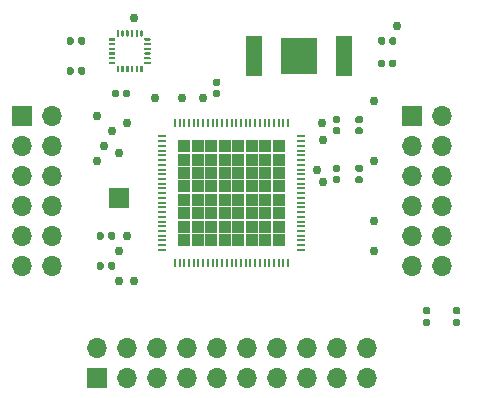
<source format=gts>
G04 #@! TF.GenerationSoftware,KiCad,Pcbnew,(5.1.6)-1*
G04 #@! TF.CreationDate,2021-04-28T17:15:56-07:00*
G04 #@! TF.ProjectId,scum3c-devboard,7363756d-3363-42d6-9465-76626f617264,rev?*
G04 #@! TF.SameCoordinates,Original*
G04 #@! TF.FileFunction,Soldermask,Top*
G04 #@! TF.FilePolarity,Negative*
%FSLAX46Y46*%
G04 Gerber Fmt 4.6, Leading zero omitted, Abs format (unit mm)*
G04 Created by KiCad (PCBNEW (5.1.6)-1) date 2021-04-28 17:15:56*
%MOMM*%
%LPD*%
G01*
G04 APERTURE LIST*
%ADD10C,0.762000*%
%ADD11R,1.700000X1.700000*%
%ADD12O,1.700000X1.700000*%
%ADD13O,0.800000X0.200000*%
%ADD14O,0.200000X0.800000*%
%ADD15R,1.137500X1.137500*%
%ADD16C,0.568750*%
%ADD17R,1.350000X3.500000*%
%ADD18R,3.170000X3.170000*%
G04 APERTURE END LIST*
D10*
G04 #@! TO.C,J21*
X138430000Y-92710000D03*
G04 #@! TD*
G04 #@! TO.C,J20*
X133985000Y-84455000D03*
G04 #@! TD*
G04 #@! TO.C,J19*
X123916000Y-82296000D03*
G04 #@! TD*
G04 #@! TO.C,J18*
X122156000Y-82296000D03*
G04 #@! TD*
G04 #@! TO.C,J14*
X119888000Y-82296000D03*
G04 #@! TD*
G04 #@! TO.C,J12*
X116840000Y-95250000D03*
G04 #@! TD*
G04 #@! TO.C,J17*
X138430000Y-95250000D03*
G04 #@! TD*
G04 #@! TO.C,J16*
X134112000Y-89408000D03*
G04 #@! TD*
G04 #@! TO.C,J15*
X133604000Y-88392000D03*
G04 #@! TD*
G04 #@! TO.C,J13*
X118110000Y-97790000D03*
G04 #@! TD*
G04 #@! TO.C,J11*
X117475000Y-93980000D03*
G04 #@! TD*
G04 #@! TO.C,J10*
X114935000Y-87630000D03*
G04 #@! TD*
G04 #@! TO.C,J9*
X116840000Y-86995000D03*
G04 #@! TD*
G04 #@! TO.C,J8*
X115570000Y-86360000D03*
G04 #@! TD*
G04 #@! TO.C,J7*
X116205000Y-85090000D03*
G04 #@! TD*
G04 #@! TO.C,J6*
X117475000Y-84455000D03*
G04 #@! TD*
G04 #@! TO.C,J5*
X134112000Y-85852000D03*
G04 #@! TD*
G04 #@! TO.C,GND6*
X114935000Y-83820000D03*
G04 #@! TD*
G04 #@! TO.C,GND5*
X140335000Y-76200000D03*
G04 #@! TD*
G04 #@! TO.C,GND4*
X138430000Y-82550000D03*
G04 #@! TD*
G04 #@! TO.C,GND3*
X116840000Y-97790000D03*
G04 #@! TD*
G04 #@! TO.C,GND2*
X138430000Y-87630000D03*
G04 #@! TD*
G04 #@! TO.C,GND1*
X118110000Y-75565000D03*
G04 #@! TD*
D11*
G04 #@! TO.C,J4*
X116840000Y-90805000D03*
G04 #@! TD*
G04 #@! TO.C,R1*
G36*
G01*
X136987500Y-88940000D02*
X137332500Y-88940000D01*
G75*
G02*
X137480000Y-89087500I0J-147500D01*
G01*
X137480000Y-89382500D01*
G75*
G02*
X137332500Y-89530000I-147500J0D01*
G01*
X136987500Y-89530000D01*
G75*
G02*
X136840000Y-89382500I0J147500D01*
G01*
X136840000Y-89087500D01*
G75*
G02*
X136987500Y-88940000I147500J0D01*
G01*
G37*
G36*
G01*
X136987500Y-87970000D02*
X137332500Y-87970000D01*
G75*
G02*
X137480000Y-88117500I0J-147500D01*
G01*
X137480000Y-88412500D01*
G75*
G02*
X137332500Y-88560000I-147500J0D01*
G01*
X136987500Y-88560000D01*
G75*
G02*
X136840000Y-88412500I0J147500D01*
G01*
X136840000Y-88117500D01*
G75*
G02*
X136987500Y-87970000I147500J0D01*
G01*
G37*
G04 #@! TD*
G04 #@! TO.C,C13*
G36*
G01*
X137332500Y-84415000D02*
X136987500Y-84415000D01*
G75*
G02*
X136840000Y-84267500I0J147500D01*
G01*
X136840000Y-83972500D01*
G75*
G02*
X136987500Y-83825000I147500J0D01*
G01*
X137332500Y-83825000D01*
G75*
G02*
X137480000Y-83972500I0J-147500D01*
G01*
X137480000Y-84267500D01*
G75*
G02*
X137332500Y-84415000I-147500J0D01*
G01*
G37*
G36*
G01*
X137332500Y-85385000D02*
X136987500Y-85385000D01*
G75*
G02*
X136840000Y-85237500I0J147500D01*
G01*
X136840000Y-84942500D01*
G75*
G02*
X136987500Y-84795000I147500J0D01*
G01*
X137332500Y-84795000D01*
G75*
G02*
X137480000Y-84942500I0J-147500D01*
G01*
X137480000Y-85237500D01*
G75*
G02*
X137332500Y-85385000I-147500J0D01*
G01*
G37*
G04 #@! TD*
G04 #@! TO.C,C12*
G36*
G01*
X135427500Y-84415000D02*
X135082500Y-84415000D01*
G75*
G02*
X134935000Y-84267500I0J147500D01*
G01*
X134935000Y-83972500D01*
G75*
G02*
X135082500Y-83825000I147500J0D01*
G01*
X135427500Y-83825000D01*
G75*
G02*
X135575000Y-83972500I0J-147500D01*
G01*
X135575000Y-84267500D01*
G75*
G02*
X135427500Y-84415000I-147500J0D01*
G01*
G37*
G36*
G01*
X135427500Y-85385000D02*
X135082500Y-85385000D01*
G75*
G02*
X134935000Y-85237500I0J147500D01*
G01*
X134935000Y-84942500D01*
G75*
G02*
X135082500Y-84795000I147500J0D01*
G01*
X135427500Y-84795000D01*
G75*
G02*
X135575000Y-84942500I0J-147500D01*
G01*
X135575000Y-85237500D01*
G75*
G02*
X135427500Y-85385000I-147500J0D01*
G01*
G37*
G04 #@! TD*
G04 #@! TO.C,C11*
G36*
G01*
X135427500Y-88560000D02*
X135082500Y-88560000D01*
G75*
G02*
X134935000Y-88412500I0J147500D01*
G01*
X134935000Y-88117500D01*
G75*
G02*
X135082500Y-87970000I147500J0D01*
G01*
X135427500Y-87970000D01*
G75*
G02*
X135575000Y-88117500I0J-147500D01*
G01*
X135575000Y-88412500D01*
G75*
G02*
X135427500Y-88560000I-147500J0D01*
G01*
G37*
G36*
G01*
X135427500Y-89530000D02*
X135082500Y-89530000D01*
G75*
G02*
X134935000Y-89382500I0J147500D01*
G01*
X134935000Y-89087500D01*
G75*
G02*
X135082500Y-88940000I147500J0D01*
G01*
X135427500Y-88940000D01*
G75*
G02*
X135575000Y-89087500I0J-147500D01*
G01*
X135575000Y-89382500D01*
G75*
G02*
X135427500Y-89530000I-147500J0D01*
G01*
G37*
G04 #@! TD*
G04 #@! TO.C,C10*
G36*
G01*
X125267500Y-81240000D02*
X124922500Y-81240000D01*
G75*
G02*
X124775000Y-81092500I0J147500D01*
G01*
X124775000Y-80797500D01*
G75*
G02*
X124922500Y-80650000I147500J0D01*
G01*
X125267500Y-80650000D01*
G75*
G02*
X125415000Y-80797500I0J-147500D01*
G01*
X125415000Y-81092500D01*
G75*
G02*
X125267500Y-81240000I-147500J0D01*
G01*
G37*
G36*
G01*
X125267500Y-82210000D02*
X124922500Y-82210000D01*
G75*
G02*
X124775000Y-82062500I0J147500D01*
G01*
X124775000Y-81767500D01*
G75*
G02*
X124922500Y-81620000I147500J0D01*
G01*
X125267500Y-81620000D01*
G75*
G02*
X125415000Y-81767500I0J-147500D01*
G01*
X125415000Y-82062500D01*
G75*
G02*
X125267500Y-82210000I-147500J0D01*
G01*
G37*
G04 #@! TD*
G04 #@! TO.C,C9*
G36*
G01*
X145242500Y-101005000D02*
X145587500Y-101005000D01*
G75*
G02*
X145735000Y-101152500I0J-147500D01*
G01*
X145735000Y-101447500D01*
G75*
G02*
X145587500Y-101595000I-147500J0D01*
G01*
X145242500Y-101595000D01*
G75*
G02*
X145095000Y-101447500I0J147500D01*
G01*
X145095000Y-101152500D01*
G75*
G02*
X145242500Y-101005000I147500J0D01*
G01*
G37*
G36*
G01*
X145242500Y-100035000D02*
X145587500Y-100035000D01*
G75*
G02*
X145735000Y-100182500I0J-147500D01*
G01*
X145735000Y-100477500D01*
G75*
G02*
X145587500Y-100625000I-147500J0D01*
G01*
X145242500Y-100625000D01*
G75*
G02*
X145095000Y-100477500I0J147500D01*
G01*
X145095000Y-100182500D01*
G75*
G02*
X145242500Y-100035000I147500J0D01*
G01*
G37*
G04 #@! TD*
G04 #@! TO.C,C8*
G36*
G01*
X142702500Y-101005000D02*
X143047500Y-101005000D01*
G75*
G02*
X143195000Y-101152500I0J-147500D01*
G01*
X143195000Y-101447500D01*
G75*
G02*
X143047500Y-101595000I-147500J0D01*
G01*
X142702500Y-101595000D01*
G75*
G02*
X142555000Y-101447500I0J147500D01*
G01*
X142555000Y-101152500D01*
G75*
G02*
X142702500Y-101005000I147500J0D01*
G01*
G37*
G36*
G01*
X142702500Y-100035000D02*
X143047500Y-100035000D01*
G75*
G02*
X143195000Y-100182500I0J-147500D01*
G01*
X143195000Y-100477500D01*
G75*
G02*
X143047500Y-100625000I-147500J0D01*
G01*
X142702500Y-100625000D01*
G75*
G02*
X142555000Y-100477500I0J147500D01*
G01*
X142555000Y-100182500D01*
G75*
G02*
X142702500Y-100035000I147500J0D01*
G01*
G37*
G04 #@! TD*
G04 #@! TO.C,C7*
G36*
G01*
X139740000Y-77642500D02*
X139740000Y-77297500D01*
G75*
G02*
X139887500Y-77150000I147500J0D01*
G01*
X140182500Y-77150000D01*
G75*
G02*
X140330000Y-77297500I0J-147500D01*
G01*
X140330000Y-77642500D01*
G75*
G02*
X140182500Y-77790000I-147500J0D01*
G01*
X139887500Y-77790000D01*
G75*
G02*
X139740000Y-77642500I0J147500D01*
G01*
G37*
G36*
G01*
X138770000Y-77642500D02*
X138770000Y-77297500D01*
G75*
G02*
X138917500Y-77150000I147500J0D01*
G01*
X139212500Y-77150000D01*
G75*
G02*
X139360000Y-77297500I0J-147500D01*
G01*
X139360000Y-77642500D01*
G75*
G02*
X139212500Y-77790000I-147500J0D01*
G01*
X138917500Y-77790000D01*
G75*
G02*
X138770000Y-77642500I0J147500D01*
G01*
G37*
G04 #@! TD*
G04 #@! TO.C,C6*
G36*
G01*
X139740000Y-79547500D02*
X139740000Y-79202500D01*
G75*
G02*
X139887500Y-79055000I147500J0D01*
G01*
X140182500Y-79055000D01*
G75*
G02*
X140330000Y-79202500I0J-147500D01*
G01*
X140330000Y-79547500D01*
G75*
G02*
X140182500Y-79695000I-147500J0D01*
G01*
X139887500Y-79695000D01*
G75*
G02*
X139740000Y-79547500I0J147500D01*
G01*
G37*
G36*
G01*
X138770000Y-79547500D02*
X138770000Y-79202500D01*
G75*
G02*
X138917500Y-79055000I147500J0D01*
G01*
X139212500Y-79055000D01*
G75*
G02*
X139360000Y-79202500I0J-147500D01*
G01*
X139360000Y-79547500D01*
G75*
G02*
X139212500Y-79695000I-147500J0D01*
G01*
X138917500Y-79695000D01*
G75*
G02*
X138770000Y-79547500I0J147500D01*
G01*
G37*
G04 #@! TD*
G04 #@! TO.C,C5*
G36*
G01*
X115530000Y-93807500D02*
X115530000Y-94152500D01*
G75*
G02*
X115382500Y-94300000I-147500J0D01*
G01*
X115087500Y-94300000D01*
G75*
G02*
X114940000Y-94152500I0J147500D01*
G01*
X114940000Y-93807500D01*
G75*
G02*
X115087500Y-93660000I147500J0D01*
G01*
X115382500Y-93660000D01*
G75*
G02*
X115530000Y-93807500I0J-147500D01*
G01*
G37*
G36*
G01*
X116500000Y-93807500D02*
X116500000Y-94152500D01*
G75*
G02*
X116352500Y-94300000I-147500J0D01*
G01*
X116057500Y-94300000D01*
G75*
G02*
X115910000Y-94152500I0J147500D01*
G01*
X115910000Y-93807500D01*
G75*
G02*
X116057500Y-93660000I147500J0D01*
G01*
X116352500Y-93660000D01*
G75*
G02*
X116500000Y-93807500I0J-147500D01*
G01*
G37*
G04 #@! TD*
G04 #@! TO.C,C4*
G36*
G01*
X115530000Y-96347500D02*
X115530000Y-96692500D01*
G75*
G02*
X115382500Y-96840000I-147500J0D01*
G01*
X115087500Y-96840000D01*
G75*
G02*
X114940000Y-96692500I0J147500D01*
G01*
X114940000Y-96347500D01*
G75*
G02*
X115087500Y-96200000I147500J0D01*
G01*
X115382500Y-96200000D01*
G75*
G02*
X115530000Y-96347500I0J-147500D01*
G01*
G37*
G36*
G01*
X116500000Y-96347500D02*
X116500000Y-96692500D01*
G75*
G02*
X116352500Y-96840000I-147500J0D01*
G01*
X116057500Y-96840000D01*
G75*
G02*
X115910000Y-96692500I0J147500D01*
G01*
X115910000Y-96347500D01*
G75*
G02*
X116057500Y-96200000I147500J0D01*
G01*
X116352500Y-96200000D01*
G75*
G02*
X116500000Y-96347500I0J-147500D01*
G01*
G37*
G04 #@! TD*
D12*
G04 #@! TO.C,J3*
X144145000Y-96520000D03*
X141605000Y-96520000D03*
X144145000Y-93980000D03*
X141605000Y-93980000D03*
X144145000Y-91440000D03*
X141605000Y-91440000D03*
X144145000Y-88900000D03*
X141605000Y-88900000D03*
X144145000Y-86360000D03*
X141605000Y-86360000D03*
X144145000Y-83820000D03*
D11*
X141605000Y-83820000D03*
G04 #@! TD*
D12*
G04 #@! TO.C,J2*
X137795000Y-103505000D03*
X137795000Y-106045000D03*
X135255000Y-103505000D03*
X135255000Y-106045000D03*
X132715000Y-103505000D03*
X132715000Y-106045000D03*
X130175000Y-103505000D03*
X130175000Y-106045000D03*
X127635000Y-103505000D03*
X127635000Y-106045000D03*
X125095000Y-103505000D03*
X125095000Y-106045000D03*
X122555000Y-103505000D03*
X122555000Y-106045000D03*
X120015000Y-103505000D03*
X120015000Y-106045000D03*
X117475000Y-103505000D03*
X117475000Y-106045000D03*
X114935000Y-103505000D03*
D11*
X114935000Y-106045000D03*
G04 #@! TD*
D13*
G04 #@! TO.C,U1*
X120465000Y-85555000D03*
X120465000Y-85955000D03*
X120465000Y-86355000D03*
X120465000Y-86755000D03*
X120465000Y-87155000D03*
X120465000Y-87555000D03*
X120465000Y-87955000D03*
X120465000Y-88355000D03*
X120465000Y-88755000D03*
X120465000Y-89155000D03*
X120465000Y-89555000D03*
X120465000Y-89955000D03*
X120465000Y-90355000D03*
X120465000Y-90755000D03*
X120465000Y-91155000D03*
X120465000Y-91555000D03*
X120465000Y-91955000D03*
X120465000Y-92355000D03*
X120465000Y-92755000D03*
X120465000Y-93155000D03*
X120465000Y-93555000D03*
X120465000Y-93955000D03*
X120465000Y-94355000D03*
X120465000Y-94755000D03*
X120465000Y-95155000D03*
D14*
X121565000Y-96255000D03*
X121965000Y-96255000D03*
X122365000Y-96255000D03*
X122765000Y-96255000D03*
X123165000Y-96255000D03*
X123565000Y-96255000D03*
X123965000Y-96255000D03*
X124365000Y-96255000D03*
X124765000Y-96255000D03*
X125165000Y-96255000D03*
X125565000Y-96255000D03*
X125965000Y-96255000D03*
X126365000Y-96255000D03*
X126765000Y-96255000D03*
X127165000Y-96255000D03*
X127565000Y-96255000D03*
X127965000Y-96255000D03*
X128365000Y-96255000D03*
X128765000Y-96255000D03*
X129165000Y-96255000D03*
X129565000Y-96255000D03*
X129965000Y-96255000D03*
X130365000Y-96255000D03*
X130765000Y-96255000D03*
X131165000Y-96255000D03*
D13*
X132265000Y-95155000D03*
X132265000Y-94755000D03*
X132265000Y-94355000D03*
X132265000Y-93955000D03*
X132265000Y-93555000D03*
X132265000Y-93155000D03*
X132265000Y-92755000D03*
X132265000Y-92355000D03*
X132265000Y-91955000D03*
X132265000Y-91555000D03*
X132265000Y-91155000D03*
X132265000Y-90755000D03*
X132265000Y-90355000D03*
X132265000Y-89955000D03*
X132265000Y-89555000D03*
X132265000Y-89155000D03*
X132265000Y-88755000D03*
X132265000Y-88355000D03*
X132265000Y-87955000D03*
X132265000Y-87555000D03*
X132265000Y-87155000D03*
X132265000Y-86755000D03*
X132265000Y-86355000D03*
X132265000Y-85955000D03*
X132265000Y-85555000D03*
D14*
X131165000Y-84455000D03*
X130765000Y-84455000D03*
X130365000Y-84455000D03*
X129965000Y-84455000D03*
X129565000Y-84455000D03*
X129165000Y-84455000D03*
X128765000Y-84455000D03*
X128365000Y-84455000D03*
X127965000Y-84455000D03*
X127565000Y-84455000D03*
X127165000Y-84455000D03*
X126765000Y-84455000D03*
X126365000Y-84455000D03*
X125965000Y-84455000D03*
X125565000Y-84455000D03*
X125165000Y-84455000D03*
X124765000Y-84455000D03*
X124365000Y-84455000D03*
X123965000Y-84455000D03*
X123565000Y-84455000D03*
X123165000Y-84455000D03*
X122765000Y-84455000D03*
X122365000Y-84455000D03*
X121965000Y-84455000D03*
X121565000Y-84455000D03*
D15*
X122383750Y-86373750D03*
X122383750Y-87511250D03*
X122383750Y-88648750D03*
X122383750Y-89786250D03*
X122383750Y-90923750D03*
X122383750Y-92061250D03*
X122383750Y-93198750D03*
X122383750Y-94336250D03*
X123521250Y-86373750D03*
X123521250Y-87511250D03*
X123521250Y-88648750D03*
X123521250Y-89786250D03*
X123521250Y-90923750D03*
X123521250Y-92061250D03*
X123521250Y-93198750D03*
X123521250Y-94336250D03*
X124658750Y-86373750D03*
X124658750Y-87511250D03*
X124658750Y-88648750D03*
X124658750Y-89786250D03*
X124658750Y-90923750D03*
X124658750Y-92061250D03*
X124658750Y-93198750D03*
X124658750Y-94336250D03*
X125796250Y-86373750D03*
X125796250Y-87511250D03*
X125796250Y-88648750D03*
X125796250Y-89786250D03*
X125796250Y-90923750D03*
X125796250Y-92061250D03*
X125796250Y-93198750D03*
X125796250Y-94336250D03*
X126933750Y-86373750D03*
X126933750Y-87511250D03*
X126933750Y-88648750D03*
X126933750Y-89786250D03*
X126933750Y-90923750D03*
X126933750Y-92061250D03*
X126933750Y-93198750D03*
X126933750Y-94336250D03*
X128071250Y-86373750D03*
X128071250Y-87511250D03*
X128071250Y-88648750D03*
X128071250Y-89786250D03*
X128071250Y-90923750D03*
X128071250Y-92061250D03*
X128071250Y-93198750D03*
X128071250Y-94336250D03*
X129208750Y-86373750D03*
X129208750Y-87511250D03*
X129208750Y-88648750D03*
X129208750Y-89786250D03*
X129208750Y-90923750D03*
X129208750Y-92061250D03*
X129208750Y-93198750D03*
X129208750Y-94336250D03*
X130346250Y-86373750D03*
X130346250Y-87511250D03*
X130346250Y-88648750D03*
X130346250Y-89786250D03*
X130346250Y-90923750D03*
X130346250Y-92061250D03*
X130346250Y-93198750D03*
X130346250Y-94336250D03*
D16*
X122383750Y-86373750D03*
X122383750Y-87511250D03*
X122383750Y-88648750D03*
X122383750Y-89786250D03*
X122383750Y-90923750D03*
X122383750Y-92061250D03*
X122383750Y-93198750D03*
X122383750Y-94336250D03*
X123521250Y-86373750D03*
X123521250Y-87511250D03*
X123521250Y-88648750D03*
X123521250Y-89786250D03*
X123521250Y-90923750D03*
X123521250Y-92061250D03*
X123521250Y-93198750D03*
X123521250Y-94336250D03*
X124658750Y-86373750D03*
X124658750Y-87511250D03*
X124658750Y-88648750D03*
X124658750Y-89786250D03*
X124658750Y-90923750D03*
X124658750Y-92061250D03*
X124658750Y-93198750D03*
X124658750Y-94336250D03*
X125796250Y-86373750D03*
X125796250Y-87511250D03*
X125796250Y-88648750D03*
X125796250Y-89786250D03*
X125796250Y-90923750D03*
X125796250Y-92061250D03*
X125796250Y-93198750D03*
X125796250Y-94336250D03*
X126933750Y-86373750D03*
X126933750Y-87511250D03*
X126933750Y-88648750D03*
X126933750Y-89786250D03*
X126933750Y-90923750D03*
X126933750Y-92061250D03*
X126933750Y-93198750D03*
X126933750Y-94336250D03*
X128071250Y-86373750D03*
X128071250Y-87511250D03*
X128071250Y-88648750D03*
X128071250Y-89786250D03*
X128071250Y-90923750D03*
X128071250Y-92061250D03*
X128071250Y-93198750D03*
X128071250Y-94336250D03*
X129208750Y-86373750D03*
X129208750Y-87511250D03*
X129208750Y-88648750D03*
X129208750Y-89786250D03*
X129208750Y-90923750D03*
X129208750Y-92061250D03*
X129208750Y-93198750D03*
X129208750Y-94336250D03*
X130346250Y-86373750D03*
X130346250Y-87511250D03*
X130346250Y-88648750D03*
X130346250Y-89786250D03*
X130346250Y-90923750D03*
X130346250Y-92061250D03*
X130346250Y-93198750D03*
X130346250Y-94336250D03*
G04 #@! TD*
G04 #@! TO.C,C3*
G36*
G01*
X113960000Y-79837500D02*
X113960000Y-80182500D01*
G75*
G02*
X113812500Y-80330000I-147500J0D01*
G01*
X113517500Y-80330000D01*
G75*
G02*
X113370000Y-80182500I0J147500D01*
G01*
X113370000Y-79837500D01*
G75*
G02*
X113517500Y-79690000I147500J0D01*
G01*
X113812500Y-79690000D01*
G75*
G02*
X113960000Y-79837500I0J-147500D01*
G01*
G37*
G36*
G01*
X112990000Y-79837500D02*
X112990000Y-80182500D01*
G75*
G02*
X112842500Y-80330000I-147500J0D01*
G01*
X112547500Y-80330000D01*
G75*
G02*
X112400000Y-80182500I0J147500D01*
G01*
X112400000Y-79837500D01*
G75*
G02*
X112547500Y-79690000I147500J0D01*
G01*
X112842500Y-79690000D01*
G75*
G02*
X112990000Y-79837500I0J-147500D01*
G01*
G37*
G04 #@! TD*
G04 #@! TO.C,C2*
G36*
G01*
X116210000Y-82087500D02*
X116210000Y-81742500D01*
G75*
G02*
X116357500Y-81595000I147500J0D01*
G01*
X116652500Y-81595000D01*
G75*
G02*
X116800000Y-81742500I0J-147500D01*
G01*
X116800000Y-82087500D01*
G75*
G02*
X116652500Y-82235000I-147500J0D01*
G01*
X116357500Y-82235000D01*
G75*
G02*
X116210000Y-82087500I0J147500D01*
G01*
G37*
G36*
G01*
X117180000Y-82087500D02*
X117180000Y-81742500D01*
G75*
G02*
X117327500Y-81595000I147500J0D01*
G01*
X117622500Y-81595000D01*
G75*
G02*
X117770000Y-81742500I0J-147500D01*
G01*
X117770000Y-82087500D01*
G75*
G02*
X117622500Y-82235000I-147500J0D01*
G01*
X117327500Y-82235000D01*
G75*
G02*
X117180000Y-82087500I0J147500D01*
G01*
G37*
G04 #@! TD*
G04 #@! TO.C,C1*
G36*
G01*
X113960000Y-77297500D02*
X113960000Y-77642500D01*
G75*
G02*
X113812500Y-77790000I-147500J0D01*
G01*
X113517500Y-77790000D01*
G75*
G02*
X113370000Y-77642500I0J147500D01*
G01*
X113370000Y-77297500D01*
G75*
G02*
X113517500Y-77150000I147500J0D01*
G01*
X113812500Y-77150000D01*
G75*
G02*
X113960000Y-77297500I0J-147500D01*
G01*
G37*
G36*
G01*
X112990000Y-77297500D02*
X112990000Y-77642500D01*
G75*
G02*
X112842500Y-77790000I-147500J0D01*
G01*
X112547500Y-77790000D01*
G75*
G02*
X112400000Y-77642500I0J147500D01*
G01*
X112400000Y-77297500D01*
G75*
G02*
X112547500Y-77150000I147500J0D01*
G01*
X112842500Y-77150000D01*
G75*
G02*
X112990000Y-77297500I0J-147500D01*
G01*
G37*
G04 #@! TD*
D12*
G04 #@! TO.C,J1*
X111125000Y-96520000D03*
X108585000Y-96520000D03*
X111125000Y-93980000D03*
X108585000Y-93980000D03*
X111125000Y-91440000D03*
X108585000Y-91440000D03*
X111125000Y-88900000D03*
X108585000Y-88900000D03*
X111125000Y-86360000D03*
X108585000Y-86360000D03*
X111125000Y-83820000D03*
D11*
X108585000Y-83820000D03*
G04 #@! TD*
D17*
G04 #@! TO.C,BT1*
X135930000Y-78740000D03*
D18*
X132080000Y-78740000D03*
D17*
X128230000Y-78740000D03*
G04 #@! TD*
G04 #@! TO.C,U9AB1*
G36*
G01*
X118970000Y-77385000D02*
X118970000Y-77285000D01*
G75*
G02*
X119020000Y-77235000I50000J0D01*
G01*
X119470000Y-77235000D01*
G75*
G02*
X119520000Y-77285000I0J-50000D01*
G01*
X119520000Y-77385000D01*
G75*
G02*
X119470000Y-77435000I-50000J0D01*
G01*
X119020000Y-77435000D01*
G75*
G02*
X118970000Y-77385000I0J50000D01*
G01*
G37*
G36*
G01*
X118970000Y-77785000D02*
X118970000Y-77685000D01*
G75*
G02*
X119020000Y-77635000I50000J0D01*
G01*
X119470000Y-77635000D01*
G75*
G02*
X119520000Y-77685000I0J-50000D01*
G01*
X119520000Y-77785000D01*
G75*
G02*
X119470000Y-77835000I-50000J0D01*
G01*
X119020000Y-77835000D01*
G75*
G02*
X118970000Y-77785000I0J50000D01*
G01*
G37*
G36*
G01*
X118970000Y-78185000D02*
X118970000Y-78085000D01*
G75*
G02*
X119020000Y-78035000I50000J0D01*
G01*
X119470000Y-78035000D01*
G75*
G02*
X119520000Y-78085000I0J-50000D01*
G01*
X119520000Y-78185000D01*
G75*
G02*
X119470000Y-78235000I-50000J0D01*
G01*
X119020000Y-78235000D01*
G75*
G02*
X118970000Y-78185000I0J50000D01*
G01*
G37*
G36*
G01*
X118970000Y-78585000D02*
X118970000Y-78485000D01*
G75*
G02*
X119020000Y-78435000I50000J0D01*
G01*
X119470000Y-78435000D01*
G75*
G02*
X119520000Y-78485000I0J-50000D01*
G01*
X119520000Y-78585000D01*
G75*
G02*
X119470000Y-78635000I-50000J0D01*
G01*
X119020000Y-78635000D01*
G75*
G02*
X118970000Y-78585000I0J50000D01*
G01*
G37*
G36*
G01*
X118970000Y-78985000D02*
X118970000Y-78885000D01*
G75*
G02*
X119020000Y-78835000I50000J0D01*
G01*
X119470000Y-78835000D01*
G75*
G02*
X119520000Y-78885000I0J-50000D01*
G01*
X119520000Y-78985000D01*
G75*
G02*
X119470000Y-79035000I-50000J0D01*
G01*
X119020000Y-79035000D01*
G75*
G02*
X118970000Y-78985000I0J50000D01*
G01*
G37*
G36*
G01*
X118970000Y-79385000D02*
X118970000Y-79285000D01*
G75*
G02*
X119020000Y-79235000I50000J0D01*
G01*
X119470000Y-79235000D01*
G75*
G02*
X119520000Y-79285000I0J-50000D01*
G01*
X119520000Y-79385000D01*
G75*
G02*
X119470000Y-79435000I-50000J0D01*
G01*
X119020000Y-79435000D01*
G75*
G02*
X118970000Y-79385000I0J50000D01*
G01*
G37*
G36*
G01*
X118695000Y-79560000D02*
X118795000Y-79560000D01*
G75*
G02*
X118845000Y-79610000I0J-50000D01*
G01*
X118845000Y-80060000D01*
G75*
G02*
X118795000Y-80110000I-50000J0D01*
G01*
X118695000Y-80110000D01*
G75*
G02*
X118645000Y-80060000I0J50000D01*
G01*
X118645000Y-79610000D01*
G75*
G02*
X118695000Y-79560000I50000J0D01*
G01*
G37*
G36*
G01*
X118295000Y-79560000D02*
X118395000Y-79560000D01*
G75*
G02*
X118445000Y-79610000I0J-50000D01*
G01*
X118445000Y-80060000D01*
G75*
G02*
X118395000Y-80110000I-50000J0D01*
G01*
X118295000Y-80110000D01*
G75*
G02*
X118245000Y-80060000I0J50000D01*
G01*
X118245000Y-79610000D01*
G75*
G02*
X118295000Y-79560000I50000J0D01*
G01*
G37*
G36*
G01*
X117895000Y-79560000D02*
X117995000Y-79560000D01*
G75*
G02*
X118045000Y-79610000I0J-50000D01*
G01*
X118045000Y-80060000D01*
G75*
G02*
X117995000Y-80110000I-50000J0D01*
G01*
X117895000Y-80110000D01*
G75*
G02*
X117845000Y-80060000I0J50000D01*
G01*
X117845000Y-79610000D01*
G75*
G02*
X117895000Y-79560000I50000J0D01*
G01*
G37*
G36*
G01*
X117495000Y-79560000D02*
X117595000Y-79560000D01*
G75*
G02*
X117645000Y-79610000I0J-50000D01*
G01*
X117645000Y-80060000D01*
G75*
G02*
X117595000Y-80110000I-50000J0D01*
G01*
X117495000Y-80110000D01*
G75*
G02*
X117445000Y-80060000I0J50000D01*
G01*
X117445000Y-79610000D01*
G75*
G02*
X117495000Y-79560000I50000J0D01*
G01*
G37*
G36*
G01*
X117095000Y-79560000D02*
X117195000Y-79560000D01*
G75*
G02*
X117245000Y-79610000I0J-50000D01*
G01*
X117245000Y-80060000D01*
G75*
G02*
X117195000Y-80110000I-50000J0D01*
G01*
X117095000Y-80110000D01*
G75*
G02*
X117045000Y-80060000I0J50000D01*
G01*
X117045000Y-79610000D01*
G75*
G02*
X117095000Y-79560000I50000J0D01*
G01*
G37*
G36*
G01*
X116695000Y-79560000D02*
X116795000Y-79560000D01*
G75*
G02*
X116845000Y-79610000I0J-50000D01*
G01*
X116845000Y-80060000D01*
G75*
G02*
X116795000Y-80110000I-50000J0D01*
G01*
X116695000Y-80110000D01*
G75*
G02*
X116645000Y-80060000I0J50000D01*
G01*
X116645000Y-79610000D01*
G75*
G02*
X116695000Y-79560000I50000J0D01*
G01*
G37*
G36*
G01*
X115970000Y-79385000D02*
X115970000Y-79285000D01*
G75*
G02*
X116020000Y-79235000I50000J0D01*
G01*
X116470000Y-79235000D01*
G75*
G02*
X116520000Y-79285000I0J-50000D01*
G01*
X116520000Y-79385000D01*
G75*
G02*
X116470000Y-79435000I-50000J0D01*
G01*
X116020000Y-79435000D01*
G75*
G02*
X115970000Y-79385000I0J50000D01*
G01*
G37*
G36*
G01*
X115970000Y-78985000D02*
X115970000Y-78885000D01*
G75*
G02*
X116020000Y-78835000I50000J0D01*
G01*
X116470000Y-78835000D01*
G75*
G02*
X116520000Y-78885000I0J-50000D01*
G01*
X116520000Y-78985000D01*
G75*
G02*
X116470000Y-79035000I-50000J0D01*
G01*
X116020000Y-79035000D01*
G75*
G02*
X115970000Y-78985000I0J50000D01*
G01*
G37*
G36*
G01*
X115970000Y-78585000D02*
X115970000Y-78485000D01*
G75*
G02*
X116020000Y-78435000I50000J0D01*
G01*
X116470000Y-78435000D01*
G75*
G02*
X116520000Y-78485000I0J-50000D01*
G01*
X116520000Y-78585000D01*
G75*
G02*
X116470000Y-78635000I-50000J0D01*
G01*
X116020000Y-78635000D01*
G75*
G02*
X115970000Y-78585000I0J50000D01*
G01*
G37*
G36*
G01*
X115970000Y-78185000D02*
X115970000Y-78085000D01*
G75*
G02*
X116020000Y-78035000I50000J0D01*
G01*
X116470000Y-78035000D01*
G75*
G02*
X116520000Y-78085000I0J-50000D01*
G01*
X116520000Y-78185000D01*
G75*
G02*
X116470000Y-78235000I-50000J0D01*
G01*
X116020000Y-78235000D01*
G75*
G02*
X115970000Y-78185000I0J50000D01*
G01*
G37*
G36*
G01*
X115970000Y-77785000D02*
X115970000Y-77685000D01*
G75*
G02*
X116020000Y-77635000I50000J0D01*
G01*
X116470000Y-77635000D01*
G75*
G02*
X116520000Y-77685000I0J-50000D01*
G01*
X116520000Y-77785000D01*
G75*
G02*
X116470000Y-77835000I-50000J0D01*
G01*
X116020000Y-77835000D01*
G75*
G02*
X115970000Y-77785000I0J50000D01*
G01*
G37*
G36*
G01*
X115970000Y-77385000D02*
X115970000Y-77285000D01*
G75*
G02*
X116020000Y-77235000I50000J0D01*
G01*
X116470000Y-77235000D01*
G75*
G02*
X116520000Y-77285000I0J-50000D01*
G01*
X116520000Y-77385000D01*
G75*
G02*
X116470000Y-77435000I-50000J0D01*
G01*
X116020000Y-77435000D01*
G75*
G02*
X115970000Y-77385000I0J50000D01*
G01*
G37*
G36*
G01*
X116695000Y-76560000D02*
X116795000Y-76560000D01*
G75*
G02*
X116845000Y-76610000I0J-50000D01*
G01*
X116845000Y-77060000D01*
G75*
G02*
X116795000Y-77110000I-50000J0D01*
G01*
X116695000Y-77110000D01*
G75*
G02*
X116645000Y-77060000I0J50000D01*
G01*
X116645000Y-76610000D01*
G75*
G02*
X116695000Y-76560000I50000J0D01*
G01*
G37*
G36*
G01*
X117095000Y-76560000D02*
X117195000Y-76560000D01*
G75*
G02*
X117245000Y-76610000I0J-50000D01*
G01*
X117245000Y-77060000D01*
G75*
G02*
X117195000Y-77110000I-50000J0D01*
G01*
X117095000Y-77110000D01*
G75*
G02*
X117045000Y-77060000I0J50000D01*
G01*
X117045000Y-76610000D01*
G75*
G02*
X117095000Y-76560000I50000J0D01*
G01*
G37*
G36*
G01*
X117495000Y-76560000D02*
X117595000Y-76560000D01*
G75*
G02*
X117645000Y-76610000I0J-50000D01*
G01*
X117645000Y-77060000D01*
G75*
G02*
X117595000Y-77110000I-50000J0D01*
G01*
X117495000Y-77110000D01*
G75*
G02*
X117445000Y-77060000I0J50000D01*
G01*
X117445000Y-76610000D01*
G75*
G02*
X117495000Y-76560000I50000J0D01*
G01*
G37*
G36*
G01*
X117895000Y-76560000D02*
X117995000Y-76560000D01*
G75*
G02*
X118045000Y-76610000I0J-50000D01*
G01*
X118045000Y-77060000D01*
G75*
G02*
X117995000Y-77110000I-50000J0D01*
G01*
X117895000Y-77110000D01*
G75*
G02*
X117845000Y-77060000I0J50000D01*
G01*
X117845000Y-76610000D01*
G75*
G02*
X117895000Y-76560000I50000J0D01*
G01*
G37*
G36*
G01*
X118295000Y-76560000D02*
X118395000Y-76560000D01*
G75*
G02*
X118445000Y-76610000I0J-50000D01*
G01*
X118445000Y-77060000D01*
G75*
G02*
X118395000Y-77110000I-50000J0D01*
G01*
X118295000Y-77110000D01*
G75*
G02*
X118245000Y-77060000I0J50000D01*
G01*
X118245000Y-76610000D01*
G75*
G02*
X118295000Y-76560000I50000J0D01*
G01*
G37*
G36*
G01*
X118695000Y-76560000D02*
X118795000Y-76560000D01*
G75*
G02*
X118845000Y-76610000I0J-50000D01*
G01*
X118845000Y-77060000D01*
G75*
G02*
X118795000Y-77110000I-50000J0D01*
G01*
X118695000Y-77110000D01*
G75*
G02*
X118645000Y-77060000I0J50000D01*
G01*
X118645000Y-76610000D01*
G75*
G02*
X118695000Y-76560000I50000J0D01*
G01*
G37*
G04 #@! TD*
M02*

</source>
